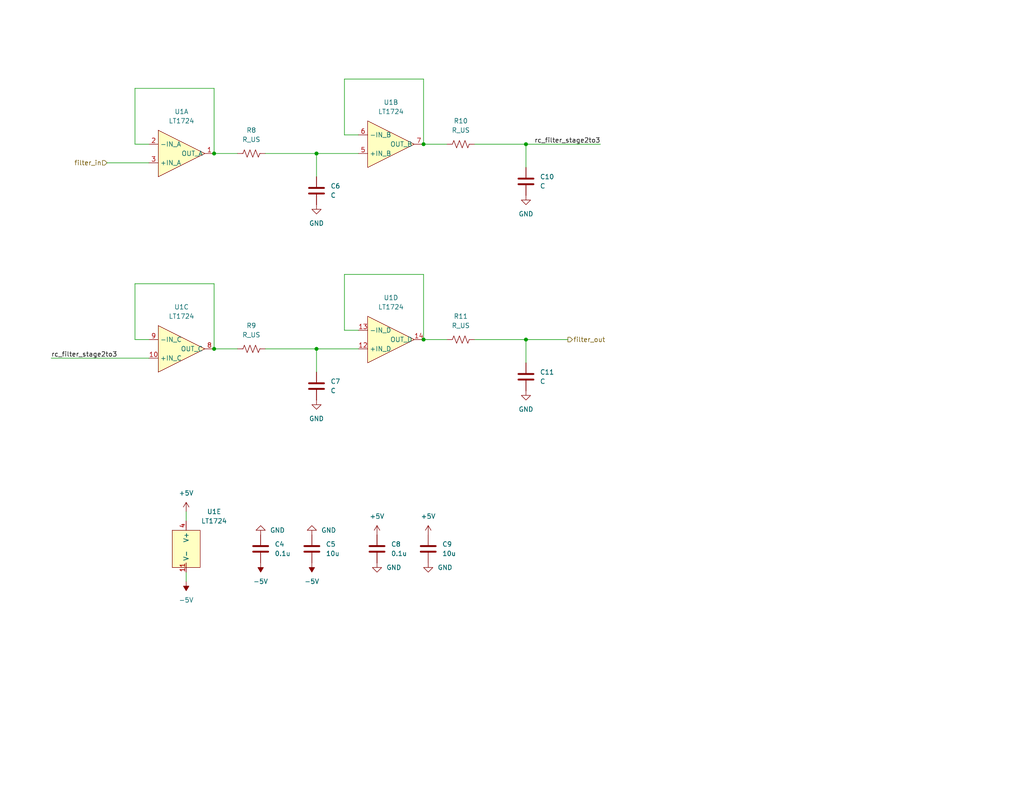
<source format=kicad_sch>
(kicad_sch (version 20211123) (generator eeschema)
  (paper "USLetter")
  (title_block (title "RC Filter Stage") (date "2022-03-03") (rev "0.1") (company "HugonLabs"))
  (lib_symbols
    (symbol "Device:C" (pin_numbers hide) (pin_names (offset 0.254))
      (property "Reference" "C" (at 0.635 2.54 0))
      (property "Value" "C" (at 0.635 -2.54 0))
      (symbol "C_0_1"
        (polyline (pts (xy -2.032 -0.762) (xy 2.032 -0.762)) (stroke (width 0.508)))
        (polyline (pts (xy -2.032 0.762) (xy 2.032 0.762)) (stroke (width 0.508)))
      )
      (symbol "C_1_1"
        (pin passive line (at 0 3.81 270) (length 2.794) (name "~") (number "1"))
        (pin passive line (at 0 -3.81 90) (length 2.794) (name "~") (number "2"))
      )
    )
    (symbol "Device:R_US" (pin_numbers hide) (pin_names (offset 0))
      (property "Reference" "R" (at 2.54 0 90))
      (property "Value" "R_US" (at -2.54 0 90))
      (symbol "R_US_0_1"
        (polyline (pts (xy 0 -2.286) (xy 0 -2.54)))
        (polyline (pts (xy 0 2.286) (xy 0 2.54)))
        (polyline (pts (xy 0 -0.762) (xy 1.016 -1.143) (xy 0 -1.524) (xy -1.016 -1.905) (xy 0 -2.286)))
        (polyline (pts (xy 0 0.762) (xy 1.016 0.381) (xy 0 0) (xy -1.016 -0.381) (xy 0 -0.762)))
        (polyline (pts (xy 0 2.286) (xy 1.016 1.905) (xy 0 1.524) (xy -1.016 1.143) (xy 0 0.762)))
      )
      (symbol "R_US_1_1"
        (pin passive line (at 0 3.81 270) (length 1.27) (name "~") (number "1"))
        (pin passive line (at 0 -3.81 90) (length 1.27) (name "~") (number "2"))
      )
    )
    (symbol "My_Lib:LT1724"
      (property "Reference" "U" (at 2.54 7.62 0))
      (property "Value" "LT1724" (at 2.54 10.16 0))
      (symbol "LT1724_1_1"
        (polyline (pts (xy -6.35 6.35) (xy 6.35 0) (xy -6.35 -6.35) (xy -6.35 6.35)) (fill (type background)))
        (pin output line (at 8.89 0 180) (length 2.54) (name "OUT_A") (number "1"))
        (pin input line (at -8.89 2.54 0) (length 2.54) (name "-IN_A") (number "2"))
        (pin input line (at -8.89 -2.54 0) (length 2.54) (name "+IN_A") (number "3"))
      )
      (symbol "LT1724_2_1"
        (polyline (pts (xy -6.35 6.35) (xy 6.35 0) (xy -6.35 -6.35) (xy -6.35 6.35)) (fill (type background)))
        (pin input line (at -8.89 -2.54 0) (length 2.54) (name "+IN_B") (number "5"))
        (pin input line (at -8.89 2.54 0) (length 2.54) (name "-IN_B") (number "6"))
        (pin output line (at 8.89 0 180) (length 2.54) (name "OUT_B") (number "7"))
      )
      (symbol "LT1724_3_1"
        (polyline (pts (xy -6.35 6.35) (xy 6.35 0) (xy -6.35 -6.35) (xy -6.35 6.35)) (fill (type background)))
        (pin input line (at -8.89 -2.54 0) (length 2.54) (name "+IN_C") (number "10"))
        (pin output line (at 8.89 0 180) (length 2.54) (name "OUT_C") (number "8"))
        (pin input line (at -8.89 2.54 0) (length 2.54) (name "-IN_C") (number "9"))
      )
      (symbol "LT1724_4_1"
        (polyline (pts (xy -6.35 6.35) (xy 6.35 0) (xy -6.35 -6.35) (xy -6.35 6.35)) (fill (type background)))
        (pin input line (at -8.89 -2.54 0) (length 2.54) (name "+IN_D") (number "12"))
        (pin input line (at -8.89 2.54 0) (length 2.54) (name "-IN_D") (number "13"))
        (pin output line (at 8.89 0 180) (length 2.54) (name "OUT_D") (number "14"))
      )
      (symbol "LT1724_5_1"
        (rectangle (start -3.81 6.35) (end 3.81 -3.81) (fill (type background)))
        (pin power_in line (at 0 -5.08 90) (length 2.54) (name "V-") (number "11"))
        (pin power_in line (at 0 8.89 270) (length 2.54) (name "V+") (number "4"))
      )
    )
    (symbol "power:+5V" (power) (pin_names (offset 0))
      (property "Value" "+5V" (at 0 3.556 0))
      (symbol "+5V_0_1"
        (polyline (pts (xy -0.762 1.27) (xy 0 2.54)))
        (polyline (pts (xy 0 0) (xy 0 2.54)))
        (polyline (pts (xy 0 2.54) (xy 0.762 1.27)))
      )
      (symbol "+5V_1_1"
        (pin power_in line (at 0 0 90) (length 0) hide (name "+5V") (number "1"))
      )
    )
    (symbol "power:-5V" (power) (pin_names (offset 0))
      (property "Value" "-5V" (at 0 3.81 0))
      (symbol "-5V_0_0"
        (pin power_in line (at 0 0 90) (length 0) hide (name "-5V") (number "1"))
      )
      (symbol "-5V_0_1"
        (polyline (pts (xy 0 0) (xy 0 1.27) (xy 0.762 1.27) (xy 0 2.54) (xy -0.762 1.27) (xy 0 1.27)) (fill (type outline)))
      )
    )
    (symbol "power:GND" (power) (pin_names (offset 0))
      (property "Value" "GND" (at 0 -3.81 0))
      (symbol "GND_0_1"
        (polyline (pts (xy 0 0) (xy 0 -1.27) (xy 1.27 -1.27) (xy 0 -2.54) (xy -1.27 -1.27) (xy 0 -1.27)))
      )
      (symbol "GND_1_1"
        (pin power_in line (at 0 0 270) (length 0) hide (name "GND") (number "1"))
      )
    )
  )
  (junction (at 86.36 95.25))
  (junction (at 115.57 39.37))
  (junction (at 143.51 92.71))
  (junction (at 58.42 41.91))
  (junction (at 58.42 95.25))
  (junction (at 143.51 39.37))
  (junction (at 86.36 41.91))
  (junction (at 115.57 92.71))
  (wire (pts (xy 115.57 21.59) (xy 93.98 21.59)))
  (wire (pts (xy 115.57 92.71) (xy 121.92 92.71)))
  (wire (pts (xy 115.57 39.37) (xy 115.57 21.59)))
  (wire (pts (xy 129.54 92.71) (xy 143.51 92.71)))
  (wire (pts (xy 58.42 95.25) (xy 64.77 95.25)))
  (wire (pts (xy 36.83 77.47) (xy 36.83 92.71)))
  (wire (pts (xy 50.8 139.7) (xy 50.8 142.24)))
  (wire (pts (xy 58.42 95.25) (xy 58.42 77.47)))
  (wire (pts (xy 115.57 39.37) (xy 121.92 39.37)))
  (wire (pts (xy 93.98 90.17) (xy 97.79 90.17)))
  (wire (pts (xy 93.98 21.59) (xy 93.98 36.83)))
  (wire (pts (xy 86.36 95.25) (xy 97.79 95.25)))
  (wire (pts (xy 72.39 41.91) (xy 86.36 41.91)))
  (wire (pts (xy 129.54 39.37) (xy 143.51 39.37)))
  (wire (pts (xy 58.42 41.91) (xy 64.77 41.91)))
  (wire (pts (xy 86.36 41.91) (xy 97.79 41.91)))
  (wire (pts (xy 93.98 36.83) (xy 97.79 36.83)))
  (wire (pts (xy 143.51 92.71) (xy 143.51 99.06)))
  (wire (pts (xy 86.36 41.91) (xy 86.36 48.26)))
  (wire (pts (xy 36.83 92.71) (xy 40.64 92.71)))
  (wire (pts (xy 93.98 74.93) (xy 93.98 90.17)))
  (wire (pts (xy 58.42 77.47) (xy 36.83 77.47)))
  (wire (pts (xy 58.42 24.13) (xy 36.83 24.13)))
  (wire (pts (xy 143.51 92.71) (xy 154.94 92.71)))
  (wire (pts (xy 115.57 92.71) (xy 115.57 74.93)))
  (wire (pts (xy 36.83 24.13) (xy 36.83 39.37)))
  (wire (pts (xy 115.57 74.93) (xy 93.98 74.93)))
  (wire (pts (xy 13.97 97.79) (xy 40.64 97.79)))
  (wire (pts (xy 29.21 44.45) (xy 40.64 44.45)))
  (wire (pts (xy 143.51 39.37) (xy 143.51 45.72)))
  (wire (pts (xy 72.39 95.25) (xy 86.36 95.25)))
  (wire (pts (xy 86.36 95.25) (xy 86.36 101.6)))
  (wire (pts (xy 143.51 39.37) (xy 163.83 39.37)))
  (wire (pts (xy 58.42 41.91) (xy 58.42 24.13)))
  (wire (pts (xy 36.83 39.37) (xy 40.64 39.37)))
  (wire (pts (xy 50.8 158.75) (xy 50.8 156.21)))
  (label "rc_filter_stage2to3" (at 163.83 39.37 180))
  (label "rc_filter_stage2to3" (at 13.97 97.79 0))
  (hierarchical_label "filter_in" (shape input) (at 29.21 44.45 180))
  (hierarchical_label "filter_out" (shape output) (at 154.94 92.71 0))
  (symbol (lib_id "power:GND") (at 71.12 146.05 180) (unit 1)
    (property "Reference" "#PWR010" (effects hide))
    (property "Value" "GND" (at 73.66 144.7799 0) (effects (justify right)))
  )
  (symbol (lib_id "power:GND") (at 86.36 55.88 0)
    (property "Reference" "#PWR014" (effects hide))
    (property "Value" "GND" (at 86.36 60.96 0))
  )
  (symbol (lib_id "My_Lib:LT1724") (at 106.68 39.37 0) (unit 2)
    (property "Reference" "U1" (at 106.68 27.94 0))
    (property "Value" "LT1724" (at 106.68 30.48 0))
    (property "Footprint" "Package_SO:SOIC-14_3.9x8.7mm_P1.27mm" (effects hide))
    (property "Datasheet" "https://www.analog.com/media/en/technical-documentation/data-sheets/172234fb.pdf" (effects hide))
  )
  (symbol (lib_id "power:GND") (at 143.51 106.68 0) (unit 1)
    (property "Reference" "#PWR021" (effects hide))
    (property "Value" "GND" (at 143.51 111.76 0))
  )
  (symbol (lib_id "power:GND") (at 102.87 153.67 0) (unit 1)
    (property "Reference" "#PWR017" (effects hide))
    (property "Value" "GND" (at 105.41 154.9399 0) (effects (justify left)))
  )
  (symbol (lib_id "My_Lib:LT1724") (at 106.68 92.71 0) (unit 4)
    (property "Reference" "U1" (at 106.68 81.28 0))
    (property "Value" "LT1724" (at 106.68 83.82 0))
    (property "Footprint" "Package_SO:SOIC-14_3.9x8.7mm_P1.27mm" (effects hide))
    (property "Datasheet" "https://www.analog.com/media/en/technical-documentation/data-sheets/172234fb.pdf" (effects hide))
  )
  (symbol (lib_id "Device:C") (at 86.36 52.07 0)
    (property "Reference" "C6" (at 90.17 50.7999 0) (effects (justify left)))
    (property "Value" "C" (at 90.17 53.3399 0) (effects (justify left)))
  )
  (symbol (lib_id "Device:C") (at 102.87 149.86 0) (unit 1)
    (property "Reference" "C8" (at 106.68 148.5899 0) (effects (justify left)))
    (property "Value" "0.1u" (at 106.68 151.1299 0) (effects (justify left)))
  )
  (symbol (lib_id "Device:R_US") (at 125.73 92.71 90) (unit 1)
    (property "Reference" "R11" (at 125.73 86.36 90))
    (property "Value" "R_US" (at 125.73 88.9 90))
  )
  (symbol (lib_id "Device:C") (at 116.84 149.86 0) (unit 1)
    (property "Reference" "C9" (at 120.65 148.5899 0) (effects (justify left)))
    (property "Value" "10u" (at 120.65 151.1299 0) (effects (justify left)))
  )
  (symbol (lib_id "My_Lib:LT1724") (at 49.53 41.91 0)
    (property "Reference" "U1" (at 49.53 30.48 0))
    (property "Value" "LT1724" (at 49.53 33.02 0))
    (property "Footprint" "Package_SO:SOIC-14_3.9x8.7mm_P1.27mm" (effects hide))
    (property "Datasheet" "https://www.analog.com/media/en/technical-documentation/data-sheets/172234fb.pdf" (effects hide))
  )
  (symbol (lib_id "power:GND") (at 143.51 53.34 0) (unit 1)
    (property "Reference" "#PWR020" (effects hide))
    (property "Value" "GND" (at 143.51 58.42 0))
  )
  (symbol (lib_id "My_Lib:LT1724") (at 50.8 151.13 0) (unit 5)
    (property "Reference" "U1" (at 58.42 139.7 0))
    (property "Value" "LT1724" (at 58.42 142.24 0))
    (property "Footprint" "Package_SO:SOIC-14_3.9x8.7mm_P1.27mm" (effects hide))
    (property "Datasheet" "https://www.analog.com/media/en/technical-documentation/data-sheets/172234fb.pdf" (effects hide))
  )
  (symbol (lib_id "power:-5V") (at 50.8 158.75 180) (unit 1)
    (property "Reference" "#PWR09" (effects hide))
    (property "Value" "-5V" (at 50.8 163.83 0))
  )
  (symbol (lib_id "power:GND") (at 116.84 153.67 0) (unit 1)
    (property "Reference" "#PWR019" (effects hide))
    (property "Value" "GND" (at 119.38 154.9399 0) (effects (justify left)))
  )
  (symbol (lib_id "power:+5V") (at 50.8 139.7 0) (unit 1)
    (property "Reference" "#PWR08" (effects hide))
    (property "Value" "+5V" (at 50.8 134.62 0))
  )
  (symbol (lib_id "power:GND") (at 86.36 109.22 0) (unit 1)
    (property "Reference" "#PWR015" (effects hide))
    (property "Value" "GND" (at 86.36 114.3 0))
  )
  (symbol (lib_id "Device:C") (at 143.51 102.87 0) (unit 1)
    (property "Reference" "C11" (at 147.32 101.5999 0) (effects (justify left)))
    (property "Value" "C" (at 147.32 104.1399 0) (effects (justify left)))
  )
  (symbol (lib_id "Device:C") (at 85.09 149.86 0) (unit 1)
    (property "Reference" "C5" (at 88.9 148.5899 0) (effects (justify left)))
    (property "Value" "10u" (at 88.9 151.1299 0) (effects (justify left)))
  )
  (symbol (lib_id "Device:C") (at 86.36 105.41 0) (unit 1)
    (property "Reference" "C7" (at 90.17 104.1399 0) (effects (justify left)))
    (property "Value" "C" (at 90.17 106.6799 0) (effects (justify left)))
  )
  (symbol (lib_id "power:+5V") (at 116.84 146.05 0) (unit 1)
    (property "Reference" "#PWR018" (effects hide))
    (property "Value" "+5V" (at 116.84 140.97 0))
  )
  (symbol (lib_id "power:+5V") (at 102.87 146.05 0) (unit 1)
    (property "Reference" "#PWR016" (effects hide))
    (property "Value" "+5V" (at 102.87 140.97 0))
  )
  (symbol (lib_id "Device:C") (at 71.12 149.86 0) (unit 1)
    (property "Reference" "C4" (at 74.93 148.5899 0) (effects (justify left)))
    (property "Value" "0.1u" (at 74.93 151.1299 0) (effects (justify left)))
  )
  (symbol (lib_id "power:-5V") (at 85.09 153.67 180) (unit 1)
    (property "Reference" "#PWR013" (effects hide))
    (property "Value" "-5V" (at 85.09 158.75 0))
  )
  (symbol (lib_id "Device:R_US") (at 68.58 95.25 90) (unit 1)
    (property "Reference" "R9" (at 68.58 88.9 90))
    (property "Value" "R_US" (at 68.58 91.44 90))
  )
  (symbol (lib_id "power:GND") (at 85.09 146.05 180) (unit 1)
    (property "Reference" "#PWR012" (effects hide))
    (property "Value" "GND" (at 87.63 144.7799 0) (effects (justify right)))
  )
  (symbol (lib_id "Device:C") (at 143.51 49.53 0) (unit 1)
    (property "Reference" "C10" (at 147.32 48.2599 0) (effects (justify left)))
    (property "Value" "C" (at 147.32 50.7999 0) (effects (justify left)))
  )
  (symbol (lib_id "power:-5V") (at 71.12 153.67 180) (unit 1)
    (property "Reference" "#PWR011" (effects hide))
    (property "Value" "-5V" (at 71.12 158.75 0))
  )
  (symbol (lib_id "Device:R_US") (at 125.73 39.37 90) (unit 1)
    (property "Reference" "R10" (at 125.73 33.02 90))
    (property "Value" "R_US" (at 125.73 35.56 90))
  )
  (symbol (lib_id "My_Lib:LT1724") (at 49.53 95.25 0) (unit 3)
    (property "Reference" "U1" (at 49.53 83.82 0))
    (property "Value" "LT1724" (at 49.53 86.36 0))
    (property "Footprint" "Package_SO:SOIC-14_3.9x8.7mm_P1.27mm" (effects hide))
    (property "Datasheet" "https://www.analog.com/media/en/technical-documentation/data-sheets/172234fb.pdf" (effects hide))
  )
  (symbol (lib_id "Device:R_US") (at 68.58 41.91 90)
    (property "Reference" "R8" (at 68.58 35.56 90))
    (property "Value" "R_US" (at 68.58 38.1 90))
  )
)
</source>
